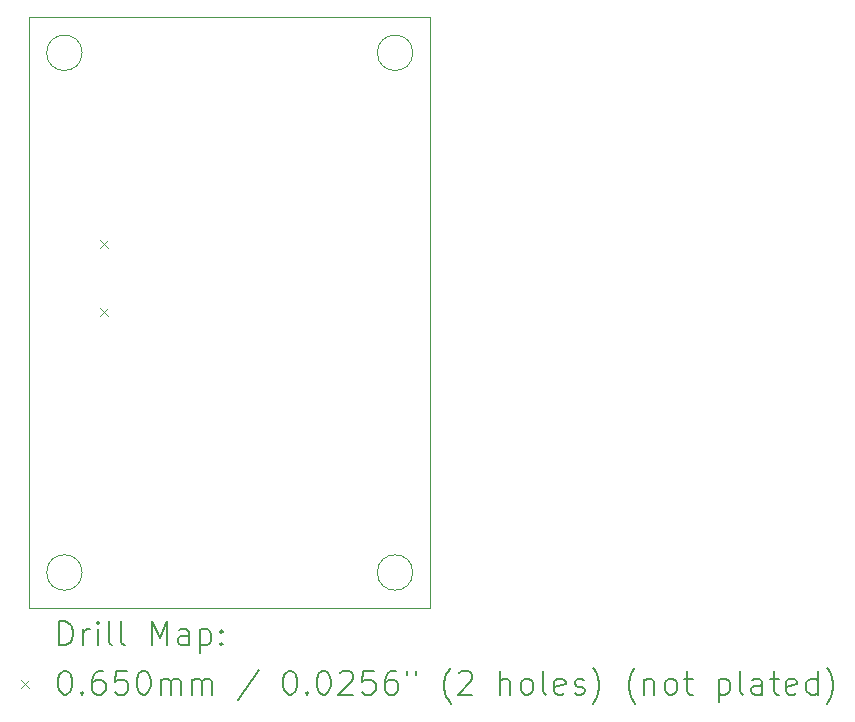
<source format=gbr>
%TF.GenerationSoftware,KiCad,Pcbnew,8.0.5*%
%TF.CreationDate,2024-10-08T22:01:38+02:00*%
%TF.ProjectId,ESP32_Controller,45535033-325f-4436-9f6e-74726f6c6c65,rev?*%
%TF.SameCoordinates,Original*%
%TF.FileFunction,Drillmap*%
%TF.FilePolarity,Positive*%
%FSLAX45Y45*%
G04 Gerber Fmt 4.5, Leading zero omitted, Abs format (unit mm)*
G04 Created by KiCad (PCBNEW 8.0.5) date 2024-10-08 22:01:38*
%MOMM*%
%LPD*%
G01*
G04 APERTURE LIST*
%ADD10C,0.050000*%
%ADD11C,0.200000*%
%ADD12C,0.100000*%
G04 APERTURE END LIST*
D10*
X10870000Y-6904000D02*
G75*
G02*
X10570000Y-6904000I-150000J0D01*
G01*
X10570000Y-6904000D02*
G75*
G02*
X10870000Y-6904000I150000J0D01*
G01*
X8070000Y-6904000D02*
G75*
G02*
X7770000Y-6904000I-150000J0D01*
G01*
X7770000Y-6904000D02*
G75*
G02*
X8070000Y-6904000I150000J0D01*
G01*
X10870000Y-11304000D02*
G75*
G02*
X10570000Y-11304000I-150000J0D01*
G01*
X10570000Y-11304000D02*
G75*
G02*
X10870000Y-11304000I150000J0D01*
G01*
X8070000Y-11304000D02*
G75*
G02*
X7770000Y-11304000I-150000J0D01*
G01*
X7770000Y-11304000D02*
G75*
G02*
X8070000Y-11304000I150000J0D01*
G01*
X7620000Y-6604000D02*
X11020000Y-6604000D01*
X11020000Y-11604000D01*
X7620000Y-11604000D01*
X7620000Y-6604000D01*
D11*
D12*
X8225500Y-8488500D02*
X8290500Y-8553500D01*
X8290500Y-8488500D02*
X8225500Y-8553500D01*
X8225500Y-9066500D02*
X8290500Y-9131500D01*
X8290500Y-9066500D02*
X8225500Y-9131500D01*
D11*
X7878277Y-11917984D02*
X7878277Y-11717984D01*
X7878277Y-11717984D02*
X7925896Y-11717984D01*
X7925896Y-11717984D02*
X7954467Y-11727508D01*
X7954467Y-11727508D02*
X7973515Y-11746555D01*
X7973515Y-11746555D02*
X7983039Y-11765603D01*
X7983039Y-11765603D02*
X7992562Y-11803698D01*
X7992562Y-11803698D02*
X7992562Y-11832269D01*
X7992562Y-11832269D02*
X7983039Y-11870365D01*
X7983039Y-11870365D02*
X7973515Y-11889412D01*
X7973515Y-11889412D02*
X7954467Y-11908460D01*
X7954467Y-11908460D02*
X7925896Y-11917984D01*
X7925896Y-11917984D02*
X7878277Y-11917984D01*
X8078277Y-11917984D02*
X8078277Y-11784650D01*
X8078277Y-11822746D02*
X8087801Y-11803698D01*
X8087801Y-11803698D02*
X8097324Y-11794174D01*
X8097324Y-11794174D02*
X8116372Y-11784650D01*
X8116372Y-11784650D02*
X8135420Y-11784650D01*
X8202086Y-11917984D02*
X8202086Y-11784650D01*
X8202086Y-11717984D02*
X8192562Y-11727508D01*
X8192562Y-11727508D02*
X8202086Y-11737031D01*
X8202086Y-11737031D02*
X8211610Y-11727508D01*
X8211610Y-11727508D02*
X8202086Y-11717984D01*
X8202086Y-11717984D02*
X8202086Y-11737031D01*
X8325896Y-11917984D02*
X8306848Y-11908460D01*
X8306848Y-11908460D02*
X8297324Y-11889412D01*
X8297324Y-11889412D02*
X8297324Y-11717984D01*
X8430658Y-11917984D02*
X8411610Y-11908460D01*
X8411610Y-11908460D02*
X8402086Y-11889412D01*
X8402086Y-11889412D02*
X8402086Y-11717984D01*
X8659229Y-11917984D02*
X8659229Y-11717984D01*
X8659229Y-11717984D02*
X8725896Y-11860841D01*
X8725896Y-11860841D02*
X8792563Y-11717984D01*
X8792563Y-11717984D02*
X8792563Y-11917984D01*
X8973515Y-11917984D02*
X8973515Y-11813222D01*
X8973515Y-11813222D02*
X8963991Y-11794174D01*
X8963991Y-11794174D02*
X8944944Y-11784650D01*
X8944944Y-11784650D02*
X8906848Y-11784650D01*
X8906848Y-11784650D02*
X8887801Y-11794174D01*
X8973515Y-11908460D02*
X8954467Y-11917984D01*
X8954467Y-11917984D02*
X8906848Y-11917984D01*
X8906848Y-11917984D02*
X8887801Y-11908460D01*
X8887801Y-11908460D02*
X8878277Y-11889412D01*
X8878277Y-11889412D02*
X8878277Y-11870365D01*
X8878277Y-11870365D02*
X8887801Y-11851317D01*
X8887801Y-11851317D02*
X8906848Y-11841793D01*
X8906848Y-11841793D02*
X8954467Y-11841793D01*
X8954467Y-11841793D02*
X8973515Y-11832269D01*
X9068753Y-11784650D02*
X9068753Y-11984650D01*
X9068753Y-11794174D02*
X9087801Y-11784650D01*
X9087801Y-11784650D02*
X9125896Y-11784650D01*
X9125896Y-11784650D02*
X9144944Y-11794174D01*
X9144944Y-11794174D02*
X9154467Y-11803698D01*
X9154467Y-11803698D02*
X9163991Y-11822746D01*
X9163991Y-11822746D02*
X9163991Y-11879888D01*
X9163991Y-11879888D02*
X9154467Y-11898936D01*
X9154467Y-11898936D02*
X9144944Y-11908460D01*
X9144944Y-11908460D02*
X9125896Y-11917984D01*
X9125896Y-11917984D02*
X9087801Y-11917984D01*
X9087801Y-11917984D02*
X9068753Y-11908460D01*
X9249705Y-11898936D02*
X9259229Y-11908460D01*
X9259229Y-11908460D02*
X9249705Y-11917984D01*
X9249705Y-11917984D02*
X9240182Y-11908460D01*
X9240182Y-11908460D02*
X9249705Y-11898936D01*
X9249705Y-11898936D02*
X9249705Y-11917984D01*
X9249705Y-11794174D02*
X9259229Y-11803698D01*
X9259229Y-11803698D02*
X9249705Y-11813222D01*
X9249705Y-11813222D02*
X9240182Y-11803698D01*
X9240182Y-11803698D02*
X9249705Y-11794174D01*
X9249705Y-11794174D02*
X9249705Y-11813222D01*
D12*
X7552500Y-12214000D02*
X7617500Y-12279000D01*
X7617500Y-12214000D02*
X7552500Y-12279000D01*
D11*
X7916372Y-12137984D02*
X7935420Y-12137984D01*
X7935420Y-12137984D02*
X7954467Y-12147508D01*
X7954467Y-12147508D02*
X7963991Y-12157031D01*
X7963991Y-12157031D02*
X7973515Y-12176079D01*
X7973515Y-12176079D02*
X7983039Y-12214174D01*
X7983039Y-12214174D02*
X7983039Y-12261793D01*
X7983039Y-12261793D02*
X7973515Y-12299888D01*
X7973515Y-12299888D02*
X7963991Y-12318936D01*
X7963991Y-12318936D02*
X7954467Y-12328460D01*
X7954467Y-12328460D02*
X7935420Y-12337984D01*
X7935420Y-12337984D02*
X7916372Y-12337984D01*
X7916372Y-12337984D02*
X7897324Y-12328460D01*
X7897324Y-12328460D02*
X7887801Y-12318936D01*
X7887801Y-12318936D02*
X7878277Y-12299888D01*
X7878277Y-12299888D02*
X7868753Y-12261793D01*
X7868753Y-12261793D02*
X7868753Y-12214174D01*
X7868753Y-12214174D02*
X7878277Y-12176079D01*
X7878277Y-12176079D02*
X7887801Y-12157031D01*
X7887801Y-12157031D02*
X7897324Y-12147508D01*
X7897324Y-12147508D02*
X7916372Y-12137984D01*
X8068753Y-12318936D02*
X8078277Y-12328460D01*
X8078277Y-12328460D02*
X8068753Y-12337984D01*
X8068753Y-12337984D02*
X8059229Y-12328460D01*
X8059229Y-12328460D02*
X8068753Y-12318936D01*
X8068753Y-12318936D02*
X8068753Y-12337984D01*
X8249705Y-12137984D02*
X8211610Y-12137984D01*
X8211610Y-12137984D02*
X8192562Y-12147508D01*
X8192562Y-12147508D02*
X8183039Y-12157031D01*
X8183039Y-12157031D02*
X8163991Y-12185603D01*
X8163991Y-12185603D02*
X8154467Y-12223698D01*
X8154467Y-12223698D02*
X8154467Y-12299888D01*
X8154467Y-12299888D02*
X8163991Y-12318936D01*
X8163991Y-12318936D02*
X8173515Y-12328460D01*
X8173515Y-12328460D02*
X8192562Y-12337984D01*
X8192562Y-12337984D02*
X8230658Y-12337984D01*
X8230658Y-12337984D02*
X8249705Y-12328460D01*
X8249705Y-12328460D02*
X8259229Y-12318936D01*
X8259229Y-12318936D02*
X8268753Y-12299888D01*
X8268753Y-12299888D02*
X8268753Y-12252269D01*
X8268753Y-12252269D02*
X8259229Y-12233222D01*
X8259229Y-12233222D02*
X8249705Y-12223698D01*
X8249705Y-12223698D02*
X8230658Y-12214174D01*
X8230658Y-12214174D02*
X8192562Y-12214174D01*
X8192562Y-12214174D02*
X8173515Y-12223698D01*
X8173515Y-12223698D02*
X8163991Y-12233222D01*
X8163991Y-12233222D02*
X8154467Y-12252269D01*
X8449705Y-12137984D02*
X8354467Y-12137984D01*
X8354467Y-12137984D02*
X8344943Y-12233222D01*
X8344943Y-12233222D02*
X8354467Y-12223698D01*
X8354467Y-12223698D02*
X8373515Y-12214174D01*
X8373515Y-12214174D02*
X8421134Y-12214174D01*
X8421134Y-12214174D02*
X8440182Y-12223698D01*
X8440182Y-12223698D02*
X8449705Y-12233222D01*
X8449705Y-12233222D02*
X8459229Y-12252269D01*
X8459229Y-12252269D02*
X8459229Y-12299888D01*
X8459229Y-12299888D02*
X8449705Y-12318936D01*
X8449705Y-12318936D02*
X8440182Y-12328460D01*
X8440182Y-12328460D02*
X8421134Y-12337984D01*
X8421134Y-12337984D02*
X8373515Y-12337984D01*
X8373515Y-12337984D02*
X8354467Y-12328460D01*
X8354467Y-12328460D02*
X8344943Y-12318936D01*
X8583039Y-12137984D02*
X8602086Y-12137984D01*
X8602086Y-12137984D02*
X8621134Y-12147508D01*
X8621134Y-12147508D02*
X8630658Y-12157031D01*
X8630658Y-12157031D02*
X8640182Y-12176079D01*
X8640182Y-12176079D02*
X8649705Y-12214174D01*
X8649705Y-12214174D02*
X8649705Y-12261793D01*
X8649705Y-12261793D02*
X8640182Y-12299888D01*
X8640182Y-12299888D02*
X8630658Y-12318936D01*
X8630658Y-12318936D02*
X8621134Y-12328460D01*
X8621134Y-12328460D02*
X8602086Y-12337984D01*
X8602086Y-12337984D02*
X8583039Y-12337984D01*
X8583039Y-12337984D02*
X8563991Y-12328460D01*
X8563991Y-12328460D02*
X8554467Y-12318936D01*
X8554467Y-12318936D02*
X8544944Y-12299888D01*
X8544944Y-12299888D02*
X8535420Y-12261793D01*
X8535420Y-12261793D02*
X8535420Y-12214174D01*
X8535420Y-12214174D02*
X8544944Y-12176079D01*
X8544944Y-12176079D02*
X8554467Y-12157031D01*
X8554467Y-12157031D02*
X8563991Y-12147508D01*
X8563991Y-12147508D02*
X8583039Y-12137984D01*
X8735420Y-12337984D02*
X8735420Y-12204650D01*
X8735420Y-12223698D02*
X8744944Y-12214174D01*
X8744944Y-12214174D02*
X8763991Y-12204650D01*
X8763991Y-12204650D02*
X8792563Y-12204650D01*
X8792563Y-12204650D02*
X8811610Y-12214174D01*
X8811610Y-12214174D02*
X8821134Y-12233222D01*
X8821134Y-12233222D02*
X8821134Y-12337984D01*
X8821134Y-12233222D02*
X8830658Y-12214174D01*
X8830658Y-12214174D02*
X8849705Y-12204650D01*
X8849705Y-12204650D02*
X8878277Y-12204650D01*
X8878277Y-12204650D02*
X8897325Y-12214174D01*
X8897325Y-12214174D02*
X8906848Y-12233222D01*
X8906848Y-12233222D02*
X8906848Y-12337984D01*
X9002086Y-12337984D02*
X9002086Y-12204650D01*
X9002086Y-12223698D02*
X9011610Y-12214174D01*
X9011610Y-12214174D02*
X9030658Y-12204650D01*
X9030658Y-12204650D02*
X9059229Y-12204650D01*
X9059229Y-12204650D02*
X9078277Y-12214174D01*
X9078277Y-12214174D02*
X9087801Y-12233222D01*
X9087801Y-12233222D02*
X9087801Y-12337984D01*
X9087801Y-12233222D02*
X9097325Y-12214174D01*
X9097325Y-12214174D02*
X9116372Y-12204650D01*
X9116372Y-12204650D02*
X9144944Y-12204650D01*
X9144944Y-12204650D02*
X9163991Y-12214174D01*
X9163991Y-12214174D02*
X9173515Y-12233222D01*
X9173515Y-12233222D02*
X9173515Y-12337984D01*
X9563991Y-12128460D02*
X9392563Y-12385603D01*
X9821134Y-12137984D02*
X9840182Y-12137984D01*
X9840182Y-12137984D02*
X9859229Y-12147508D01*
X9859229Y-12147508D02*
X9868753Y-12157031D01*
X9868753Y-12157031D02*
X9878277Y-12176079D01*
X9878277Y-12176079D02*
X9887801Y-12214174D01*
X9887801Y-12214174D02*
X9887801Y-12261793D01*
X9887801Y-12261793D02*
X9878277Y-12299888D01*
X9878277Y-12299888D02*
X9868753Y-12318936D01*
X9868753Y-12318936D02*
X9859229Y-12328460D01*
X9859229Y-12328460D02*
X9840182Y-12337984D01*
X9840182Y-12337984D02*
X9821134Y-12337984D01*
X9821134Y-12337984D02*
X9802087Y-12328460D01*
X9802087Y-12328460D02*
X9792563Y-12318936D01*
X9792563Y-12318936D02*
X9783039Y-12299888D01*
X9783039Y-12299888D02*
X9773515Y-12261793D01*
X9773515Y-12261793D02*
X9773515Y-12214174D01*
X9773515Y-12214174D02*
X9783039Y-12176079D01*
X9783039Y-12176079D02*
X9792563Y-12157031D01*
X9792563Y-12157031D02*
X9802087Y-12147508D01*
X9802087Y-12147508D02*
X9821134Y-12137984D01*
X9973515Y-12318936D02*
X9983039Y-12328460D01*
X9983039Y-12328460D02*
X9973515Y-12337984D01*
X9973515Y-12337984D02*
X9963991Y-12328460D01*
X9963991Y-12328460D02*
X9973515Y-12318936D01*
X9973515Y-12318936D02*
X9973515Y-12337984D01*
X10106848Y-12137984D02*
X10125896Y-12137984D01*
X10125896Y-12137984D02*
X10144944Y-12147508D01*
X10144944Y-12147508D02*
X10154468Y-12157031D01*
X10154468Y-12157031D02*
X10163991Y-12176079D01*
X10163991Y-12176079D02*
X10173515Y-12214174D01*
X10173515Y-12214174D02*
X10173515Y-12261793D01*
X10173515Y-12261793D02*
X10163991Y-12299888D01*
X10163991Y-12299888D02*
X10154468Y-12318936D01*
X10154468Y-12318936D02*
X10144944Y-12328460D01*
X10144944Y-12328460D02*
X10125896Y-12337984D01*
X10125896Y-12337984D02*
X10106848Y-12337984D01*
X10106848Y-12337984D02*
X10087801Y-12328460D01*
X10087801Y-12328460D02*
X10078277Y-12318936D01*
X10078277Y-12318936D02*
X10068753Y-12299888D01*
X10068753Y-12299888D02*
X10059229Y-12261793D01*
X10059229Y-12261793D02*
X10059229Y-12214174D01*
X10059229Y-12214174D02*
X10068753Y-12176079D01*
X10068753Y-12176079D02*
X10078277Y-12157031D01*
X10078277Y-12157031D02*
X10087801Y-12147508D01*
X10087801Y-12147508D02*
X10106848Y-12137984D01*
X10249706Y-12157031D02*
X10259229Y-12147508D01*
X10259229Y-12147508D02*
X10278277Y-12137984D01*
X10278277Y-12137984D02*
X10325896Y-12137984D01*
X10325896Y-12137984D02*
X10344944Y-12147508D01*
X10344944Y-12147508D02*
X10354468Y-12157031D01*
X10354468Y-12157031D02*
X10363991Y-12176079D01*
X10363991Y-12176079D02*
X10363991Y-12195127D01*
X10363991Y-12195127D02*
X10354468Y-12223698D01*
X10354468Y-12223698D02*
X10240182Y-12337984D01*
X10240182Y-12337984D02*
X10363991Y-12337984D01*
X10544944Y-12137984D02*
X10449706Y-12137984D01*
X10449706Y-12137984D02*
X10440182Y-12233222D01*
X10440182Y-12233222D02*
X10449706Y-12223698D01*
X10449706Y-12223698D02*
X10468753Y-12214174D01*
X10468753Y-12214174D02*
X10516372Y-12214174D01*
X10516372Y-12214174D02*
X10535420Y-12223698D01*
X10535420Y-12223698D02*
X10544944Y-12233222D01*
X10544944Y-12233222D02*
X10554468Y-12252269D01*
X10554468Y-12252269D02*
X10554468Y-12299888D01*
X10554468Y-12299888D02*
X10544944Y-12318936D01*
X10544944Y-12318936D02*
X10535420Y-12328460D01*
X10535420Y-12328460D02*
X10516372Y-12337984D01*
X10516372Y-12337984D02*
X10468753Y-12337984D01*
X10468753Y-12337984D02*
X10449706Y-12328460D01*
X10449706Y-12328460D02*
X10440182Y-12318936D01*
X10725896Y-12137984D02*
X10687801Y-12137984D01*
X10687801Y-12137984D02*
X10668753Y-12147508D01*
X10668753Y-12147508D02*
X10659229Y-12157031D01*
X10659229Y-12157031D02*
X10640182Y-12185603D01*
X10640182Y-12185603D02*
X10630658Y-12223698D01*
X10630658Y-12223698D02*
X10630658Y-12299888D01*
X10630658Y-12299888D02*
X10640182Y-12318936D01*
X10640182Y-12318936D02*
X10649706Y-12328460D01*
X10649706Y-12328460D02*
X10668753Y-12337984D01*
X10668753Y-12337984D02*
X10706849Y-12337984D01*
X10706849Y-12337984D02*
X10725896Y-12328460D01*
X10725896Y-12328460D02*
X10735420Y-12318936D01*
X10735420Y-12318936D02*
X10744944Y-12299888D01*
X10744944Y-12299888D02*
X10744944Y-12252269D01*
X10744944Y-12252269D02*
X10735420Y-12233222D01*
X10735420Y-12233222D02*
X10725896Y-12223698D01*
X10725896Y-12223698D02*
X10706849Y-12214174D01*
X10706849Y-12214174D02*
X10668753Y-12214174D01*
X10668753Y-12214174D02*
X10649706Y-12223698D01*
X10649706Y-12223698D02*
X10640182Y-12233222D01*
X10640182Y-12233222D02*
X10630658Y-12252269D01*
X10821134Y-12137984D02*
X10821134Y-12176079D01*
X10897325Y-12137984D02*
X10897325Y-12176079D01*
X11192563Y-12414174D02*
X11183039Y-12404650D01*
X11183039Y-12404650D02*
X11163991Y-12376079D01*
X11163991Y-12376079D02*
X11154468Y-12357031D01*
X11154468Y-12357031D02*
X11144944Y-12328460D01*
X11144944Y-12328460D02*
X11135420Y-12280841D01*
X11135420Y-12280841D02*
X11135420Y-12242746D01*
X11135420Y-12242746D02*
X11144944Y-12195127D01*
X11144944Y-12195127D02*
X11154468Y-12166555D01*
X11154468Y-12166555D02*
X11163991Y-12147508D01*
X11163991Y-12147508D02*
X11183039Y-12118936D01*
X11183039Y-12118936D02*
X11192563Y-12109412D01*
X11259229Y-12157031D02*
X11268753Y-12147508D01*
X11268753Y-12147508D02*
X11287801Y-12137984D01*
X11287801Y-12137984D02*
X11335420Y-12137984D01*
X11335420Y-12137984D02*
X11354468Y-12147508D01*
X11354468Y-12147508D02*
X11363991Y-12157031D01*
X11363991Y-12157031D02*
X11373515Y-12176079D01*
X11373515Y-12176079D02*
X11373515Y-12195127D01*
X11373515Y-12195127D02*
X11363991Y-12223698D01*
X11363991Y-12223698D02*
X11249706Y-12337984D01*
X11249706Y-12337984D02*
X11373515Y-12337984D01*
X11611610Y-12337984D02*
X11611610Y-12137984D01*
X11697325Y-12337984D02*
X11697325Y-12233222D01*
X11697325Y-12233222D02*
X11687801Y-12214174D01*
X11687801Y-12214174D02*
X11668753Y-12204650D01*
X11668753Y-12204650D02*
X11640182Y-12204650D01*
X11640182Y-12204650D02*
X11621134Y-12214174D01*
X11621134Y-12214174D02*
X11611610Y-12223698D01*
X11821134Y-12337984D02*
X11802087Y-12328460D01*
X11802087Y-12328460D02*
X11792563Y-12318936D01*
X11792563Y-12318936D02*
X11783039Y-12299888D01*
X11783039Y-12299888D02*
X11783039Y-12242746D01*
X11783039Y-12242746D02*
X11792563Y-12223698D01*
X11792563Y-12223698D02*
X11802087Y-12214174D01*
X11802087Y-12214174D02*
X11821134Y-12204650D01*
X11821134Y-12204650D02*
X11849706Y-12204650D01*
X11849706Y-12204650D02*
X11868753Y-12214174D01*
X11868753Y-12214174D02*
X11878277Y-12223698D01*
X11878277Y-12223698D02*
X11887801Y-12242746D01*
X11887801Y-12242746D02*
X11887801Y-12299888D01*
X11887801Y-12299888D02*
X11878277Y-12318936D01*
X11878277Y-12318936D02*
X11868753Y-12328460D01*
X11868753Y-12328460D02*
X11849706Y-12337984D01*
X11849706Y-12337984D02*
X11821134Y-12337984D01*
X12002087Y-12337984D02*
X11983039Y-12328460D01*
X11983039Y-12328460D02*
X11973515Y-12309412D01*
X11973515Y-12309412D02*
X11973515Y-12137984D01*
X12154468Y-12328460D02*
X12135420Y-12337984D01*
X12135420Y-12337984D02*
X12097325Y-12337984D01*
X12097325Y-12337984D02*
X12078277Y-12328460D01*
X12078277Y-12328460D02*
X12068753Y-12309412D01*
X12068753Y-12309412D02*
X12068753Y-12233222D01*
X12068753Y-12233222D02*
X12078277Y-12214174D01*
X12078277Y-12214174D02*
X12097325Y-12204650D01*
X12097325Y-12204650D02*
X12135420Y-12204650D01*
X12135420Y-12204650D02*
X12154468Y-12214174D01*
X12154468Y-12214174D02*
X12163991Y-12233222D01*
X12163991Y-12233222D02*
X12163991Y-12252269D01*
X12163991Y-12252269D02*
X12068753Y-12271317D01*
X12240182Y-12328460D02*
X12259230Y-12337984D01*
X12259230Y-12337984D02*
X12297325Y-12337984D01*
X12297325Y-12337984D02*
X12316372Y-12328460D01*
X12316372Y-12328460D02*
X12325896Y-12309412D01*
X12325896Y-12309412D02*
X12325896Y-12299888D01*
X12325896Y-12299888D02*
X12316372Y-12280841D01*
X12316372Y-12280841D02*
X12297325Y-12271317D01*
X12297325Y-12271317D02*
X12268753Y-12271317D01*
X12268753Y-12271317D02*
X12249706Y-12261793D01*
X12249706Y-12261793D02*
X12240182Y-12242746D01*
X12240182Y-12242746D02*
X12240182Y-12233222D01*
X12240182Y-12233222D02*
X12249706Y-12214174D01*
X12249706Y-12214174D02*
X12268753Y-12204650D01*
X12268753Y-12204650D02*
X12297325Y-12204650D01*
X12297325Y-12204650D02*
X12316372Y-12214174D01*
X12392563Y-12414174D02*
X12402087Y-12404650D01*
X12402087Y-12404650D02*
X12421134Y-12376079D01*
X12421134Y-12376079D02*
X12430658Y-12357031D01*
X12430658Y-12357031D02*
X12440182Y-12328460D01*
X12440182Y-12328460D02*
X12449706Y-12280841D01*
X12449706Y-12280841D02*
X12449706Y-12242746D01*
X12449706Y-12242746D02*
X12440182Y-12195127D01*
X12440182Y-12195127D02*
X12430658Y-12166555D01*
X12430658Y-12166555D02*
X12421134Y-12147508D01*
X12421134Y-12147508D02*
X12402087Y-12118936D01*
X12402087Y-12118936D02*
X12392563Y-12109412D01*
X12754468Y-12414174D02*
X12744944Y-12404650D01*
X12744944Y-12404650D02*
X12725896Y-12376079D01*
X12725896Y-12376079D02*
X12716372Y-12357031D01*
X12716372Y-12357031D02*
X12706849Y-12328460D01*
X12706849Y-12328460D02*
X12697325Y-12280841D01*
X12697325Y-12280841D02*
X12697325Y-12242746D01*
X12697325Y-12242746D02*
X12706849Y-12195127D01*
X12706849Y-12195127D02*
X12716372Y-12166555D01*
X12716372Y-12166555D02*
X12725896Y-12147508D01*
X12725896Y-12147508D02*
X12744944Y-12118936D01*
X12744944Y-12118936D02*
X12754468Y-12109412D01*
X12830658Y-12204650D02*
X12830658Y-12337984D01*
X12830658Y-12223698D02*
X12840182Y-12214174D01*
X12840182Y-12214174D02*
X12859230Y-12204650D01*
X12859230Y-12204650D02*
X12887801Y-12204650D01*
X12887801Y-12204650D02*
X12906849Y-12214174D01*
X12906849Y-12214174D02*
X12916372Y-12233222D01*
X12916372Y-12233222D02*
X12916372Y-12337984D01*
X13040182Y-12337984D02*
X13021134Y-12328460D01*
X13021134Y-12328460D02*
X13011611Y-12318936D01*
X13011611Y-12318936D02*
X13002087Y-12299888D01*
X13002087Y-12299888D02*
X13002087Y-12242746D01*
X13002087Y-12242746D02*
X13011611Y-12223698D01*
X13011611Y-12223698D02*
X13021134Y-12214174D01*
X13021134Y-12214174D02*
X13040182Y-12204650D01*
X13040182Y-12204650D02*
X13068753Y-12204650D01*
X13068753Y-12204650D02*
X13087801Y-12214174D01*
X13087801Y-12214174D02*
X13097325Y-12223698D01*
X13097325Y-12223698D02*
X13106849Y-12242746D01*
X13106849Y-12242746D02*
X13106849Y-12299888D01*
X13106849Y-12299888D02*
X13097325Y-12318936D01*
X13097325Y-12318936D02*
X13087801Y-12328460D01*
X13087801Y-12328460D02*
X13068753Y-12337984D01*
X13068753Y-12337984D02*
X13040182Y-12337984D01*
X13163992Y-12204650D02*
X13240182Y-12204650D01*
X13192563Y-12137984D02*
X13192563Y-12309412D01*
X13192563Y-12309412D02*
X13202087Y-12328460D01*
X13202087Y-12328460D02*
X13221134Y-12337984D01*
X13221134Y-12337984D02*
X13240182Y-12337984D01*
X13459230Y-12204650D02*
X13459230Y-12404650D01*
X13459230Y-12214174D02*
X13478277Y-12204650D01*
X13478277Y-12204650D02*
X13516373Y-12204650D01*
X13516373Y-12204650D02*
X13535420Y-12214174D01*
X13535420Y-12214174D02*
X13544944Y-12223698D01*
X13544944Y-12223698D02*
X13554468Y-12242746D01*
X13554468Y-12242746D02*
X13554468Y-12299888D01*
X13554468Y-12299888D02*
X13544944Y-12318936D01*
X13544944Y-12318936D02*
X13535420Y-12328460D01*
X13535420Y-12328460D02*
X13516373Y-12337984D01*
X13516373Y-12337984D02*
X13478277Y-12337984D01*
X13478277Y-12337984D02*
X13459230Y-12328460D01*
X13668753Y-12337984D02*
X13649706Y-12328460D01*
X13649706Y-12328460D02*
X13640182Y-12309412D01*
X13640182Y-12309412D02*
X13640182Y-12137984D01*
X13830658Y-12337984D02*
X13830658Y-12233222D01*
X13830658Y-12233222D02*
X13821134Y-12214174D01*
X13821134Y-12214174D02*
X13802087Y-12204650D01*
X13802087Y-12204650D02*
X13763992Y-12204650D01*
X13763992Y-12204650D02*
X13744944Y-12214174D01*
X13830658Y-12328460D02*
X13811611Y-12337984D01*
X13811611Y-12337984D02*
X13763992Y-12337984D01*
X13763992Y-12337984D02*
X13744944Y-12328460D01*
X13744944Y-12328460D02*
X13735420Y-12309412D01*
X13735420Y-12309412D02*
X13735420Y-12290365D01*
X13735420Y-12290365D02*
X13744944Y-12271317D01*
X13744944Y-12271317D02*
X13763992Y-12261793D01*
X13763992Y-12261793D02*
X13811611Y-12261793D01*
X13811611Y-12261793D02*
X13830658Y-12252269D01*
X13897325Y-12204650D02*
X13973515Y-12204650D01*
X13925896Y-12137984D02*
X13925896Y-12309412D01*
X13925896Y-12309412D02*
X13935420Y-12328460D01*
X13935420Y-12328460D02*
X13954468Y-12337984D01*
X13954468Y-12337984D02*
X13973515Y-12337984D01*
X14116373Y-12328460D02*
X14097325Y-12337984D01*
X14097325Y-12337984D02*
X14059230Y-12337984D01*
X14059230Y-12337984D02*
X14040182Y-12328460D01*
X14040182Y-12328460D02*
X14030658Y-12309412D01*
X14030658Y-12309412D02*
X14030658Y-12233222D01*
X14030658Y-12233222D02*
X14040182Y-12214174D01*
X14040182Y-12214174D02*
X14059230Y-12204650D01*
X14059230Y-12204650D02*
X14097325Y-12204650D01*
X14097325Y-12204650D02*
X14116373Y-12214174D01*
X14116373Y-12214174D02*
X14125896Y-12233222D01*
X14125896Y-12233222D02*
X14125896Y-12252269D01*
X14125896Y-12252269D02*
X14030658Y-12271317D01*
X14297325Y-12337984D02*
X14297325Y-12137984D01*
X14297325Y-12328460D02*
X14278277Y-12337984D01*
X14278277Y-12337984D02*
X14240182Y-12337984D01*
X14240182Y-12337984D02*
X14221134Y-12328460D01*
X14221134Y-12328460D02*
X14211611Y-12318936D01*
X14211611Y-12318936D02*
X14202087Y-12299888D01*
X14202087Y-12299888D02*
X14202087Y-12242746D01*
X14202087Y-12242746D02*
X14211611Y-12223698D01*
X14211611Y-12223698D02*
X14221134Y-12214174D01*
X14221134Y-12214174D02*
X14240182Y-12204650D01*
X14240182Y-12204650D02*
X14278277Y-12204650D01*
X14278277Y-12204650D02*
X14297325Y-12214174D01*
X14373515Y-12414174D02*
X14383039Y-12404650D01*
X14383039Y-12404650D02*
X14402087Y-12376079D01*
X14402087Y-12376079D02*
X14411611Y-12357031D01*
X14411611Y-12357031D02*
X14421134Y-12328460D01*
X14421134Y-12328460D02*
X14430658Y-12280841D01*
X14430658Y-12280841D02*
X14430658Y-12242746D01*
X14430658Y-12242746D02*
X14421134Y-12195127D01*
X14421134Y-12195127D02*
X14411611Y-12166555D01*
X14411611Y-12166555D02*
X14402087Y-12147508D01*
X14402087Y-12147508D02*
X14383039Y-12118936D01*
X14383039Y-12118936D02*
X14373515Y-12109412D01*
M02*

</source>
